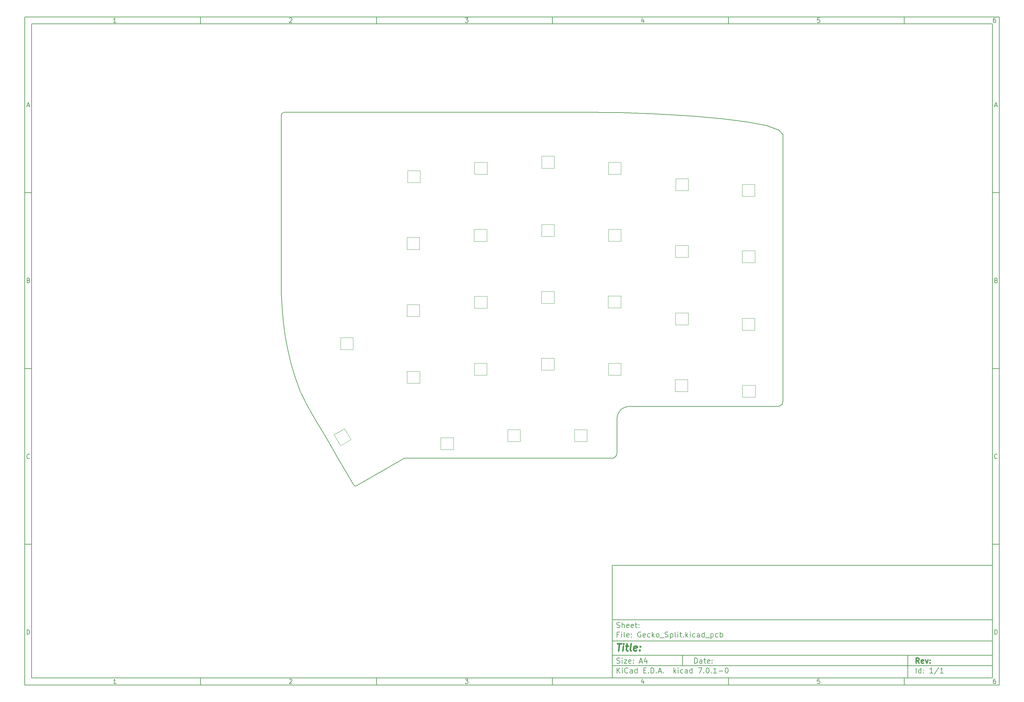
<source format=gm1>
G04 #@! TF.GenerationSoftware,KiCad,Pcbnew,7.0.1-0*
G04 #@! TF.CreationDate,2023-03-25T18:19:26+07:00*
G04 #@! TF.ProjectId,Gecko_Split,4765636b-6f5f-4537-906c-69742e6b6963,rev?*
G04 #@! TF.SameCoordinates,Original*
G04 #@! TF.FileFunction,Profile,NP*
%FSLAX46Y46*%
G04 Gerber Fmt 4.6, Leading zero omitted, Abs format (unit mm)*
G04 Created by KiCad (PCBNEW 7.0.1-0) date 2023-03-25 18:19:26*
%MOMM*%
%LPD*%
G01*
G04 APERTURE LIST*
%ADD10C,0.100000*%
%ADD11C,0.150000*%
%ADD12C,0.300000*%
%ADD13C,0.400000*%
G04 #@! TA.AperFunction,Profile*
%ADD14C,0.200000*%
G04 #@! TD*
G04 #@! TA.AperFunction,Profile*
%ADD15C,0.050000*%
G04 #@! TD*
G04 APERTURE END LIST*
D10*
D11*
X177002200Y-166007200D02*
X285002200Y-166007200D01*
X285002200Y-198007200D01*
X177002200Y-198007200D01*
X177002200Y-166007200D01*
D10*
D11*
X10000000Y-10000000D02*
X287002200Y-10000000D01*
X287002200Y-200007200D01*
X10000000Y-200007200D01*
X10000000Y-10000000D01*
D10*
D11*
X12000000Y-12000000D02*
X285002200Y-12000000D01*
X285002200Y-198007200D01*
X12000000Y-198007200D01*
X12000000Y-12000000D01*
D10*
D11*
X60000000Y-12000000D02*
X60000000Y-10000000D01*
D10*
D11*
X110000000Y-12000000D02*
X110000000Y-10000000D01*
D10*
D11*
X160000000Y-12000000D02*
X160000000Y-10000000D01*
D10*
D11*
X210000000Y-12000000D02*
X210000000Y-10000000D01*
D10*
D11*
X260000000Y-12000000D02*
X260000000Y-10000000D01*
D10*
D11*
X35990476Y-11601404D02*
X35247619Y-11601404D01*
X35619047Y-11601404D02*
X35619047Y-10301404D01*
X35619047Y-10301404D02*
X35495238Y-10487119D01*
X35495238Y-10487119D02*
X35371428Y-10610928D01*
X35371428Y-10610928D02*
X35247619Y-10672833D01*
D10*
D11*
X85247619Y-10425214D02*
X85309523Y-10363309D01*
X85309523Y-10363309D02*
X85433333Y-10301404D01*
X85433333Y-10301404D02*
X85742857Y-10301404D01*
X85742857Y-10301404D02*
X85866666Y-10363309D01*
X85866666Y-10363309D02*
X85928571Y-10425214D01*
X85928571Y-10425214D02*
X85990476Y-10549023D01*
X85990476Y-10549023D02*
X85990476Y-10672833D01*
X85990476Y-10672833D02*
X85928571Y-10858547D01*
X85928571Y-10858547D02*
X85185714Y-11601404D01*
X85185714Y-11601404D02*
X85990476Y-11601404D01*
D10*
D11*
X135185714Y-10301404D02*
X135990476Y-10301404D01*
X135990476Y-10301404D02*
X135557142Y-10796642D01*
X135557142Y-10796642D02*
X135742857Y-10796642D01*
X135742857Y-10796642D02*
X135866666Y-10858547D01*
X135866666Y-10858547D02*
X135928571Y-10920452D01*
X135928571Y-10920452D02*
X135990476Y-11044261D01*
X135990476Y-11044261D02*
X135990476Y-11353785D01*
X135990476Y-11353785D02*
X135928571Y-11477595D01*
X135928571Y-11477595D02*
X135866666Y-11539500D01*
X135866666Y-11539500D02*
X135742857Y-11601404D01*
X135742857Y-11601404D02*
X135371428Y-11601404D01*
X135371428Y-11601404D02*
X135247619Y-11539500D01*
X135247619Y-11539500D02*
X135185714Y-11477595D01*
D10*
D11*
X185866666Y-10734738D02*
X185866666Y-11601404D01*
X185557142Y-10239500D02*
X185247619Y-11168071D01*
X185247619Y-11168071D02*
X186052380Y-11168071D01*
D10*
D11*
X235928571Y-10301404D02*
X235309523Y-10301404D01*
X235309523Y-10301404D02*
X235247619Y-10920452D01*
X235247619Y-10920452D02*
X235309523Y-10858547D01*
X235309523Y-10858547D02*
X235433333Y-10796642D01*
X235433333Y-10796642D02*
X235742857Y-10796642D01*
X235742857Y-10796642D02*
X235866666Y-10858547D01*
X235866666Y-10858547D02*
X235928571Y-10920452D01*
X235928571Y-10920452D02*
X235990476Y-11044261D01*
X235990476Y-11044261D02*
X235990476Y-11353785D01*
X235990476Y-11353785D02*
X235928571Y-11477595D01*
X235928571Y-11477595D02*
X235866666Y-11539500D01*
X235866666Y-11539500D02*
X235742857Y-11601404D01*
X235742857Y-11601404D02*
X235433333Y-11601404D01*
X235433333Y-11601404D02*
X235309523Y-11539500D01*
X235309523Y-11539500D02*
X235247619Y-11477595D01*
D10*
D11*
X285866666Y-10301404D02*
X285619047Y-10301404D01*
X285619047Y-10301404D02*
X285495238Y-10363309D01*
X285495238Y-10363309D02*
X285433333Y-10425214D01*
X285433333Y-10425214D02*
X285309523Y-10610928D01*
X285309523Y-10610928D02*
X285247619Y-10858547D01*
X285247619Y-10858547D02*
X285247619Y-11353785D01*
X285247619Y-11353785D02*
X285309523Y-11477595D01*
X285309523Y-11477595D02*
X285371428Y-11539500D01*
X285371428Y-11539500D02*
X285495238Y-11601404D01*
X285495238Y-11601404D02*
X285742857Y-11601404D01*
X285742857Y-11601404D02*
X285866666Y-11539500D01*
X285866666Y-11539500D02*
X285928571Y-11477595D01*
X285928571Y-11477595D02*
X285990476Y-11353785D01*
X285990476Y-11353785D02*
X285990476Y-11044261D01*
X285990476Y-11044261D02*
X285928571Y-10920452D01*
X285928571Y-10920452D02*
X285866666Y-10858547D01*
X285866666Y-10858547D02*
X285742857Y-10796642D01*
X285742857Y-10796642D02*
X285495238Y-10796642D01*
X285495238Y-10796642D02*
X285371428Y-10858547D01*
X285371428Y-10858547D02*
X285309523Y-10920452D01*
X285309523Y-10920452D02*
X285247619Y-11044261D01*
D10*
D11*
X60000000Y-198007200D02*
X60000000Y-200007200D01*
D10*
D11*
X110000000Y-198007200D02*
X110000000Y-200007200D01*
D10*
D11*
X160000000Y-198007200D02*
X160000000Y-200007200D01*
D10*
D11*
X210000000Y-198007200D02*
X210000000Y-200007200D01*
D10*
D11*
X260000000Y-198007200D02*
X260000000Y-200007200D01*
D10*
D11*
X35990476Y-199608604D02*
X35247619Y-199608604D01*
X35619047Y-199608604D02*
X35619047Y-198308604D01*
X35619047Y-198308604D02*
X35495238Y-198494319D01*
X35495238Y-198494319D02*
X35371428Y-198618128D01*
X35371428Y-198618128D02*
X35247619Y-198680033D01*
D10*
D11*
X85247619Y-198432414D02*
X85309523Y-198370509D01*
X85309523Y-198370509D02*
X85433333Y-198308604D01*
X85433333Y-198308604D02*
X85742857Y-198308604D01*
X85742857Y-198308604D02*
X85866666Y-198370509D01*
X85866666Y-198370509D02*
X85928571Y-198432414D01*
X85928571Y-198432414D02*
X85990476Y-198556223D01*
X85990476Y-198556223D02*
X85990476Y-198680033D01*
X85990476Y-198680033D02*
X85928571Y-198865747D01*
X85928571Y-198865747D02*
X85185714Y-199608604D01*
X85185714Y-199608604D02*
X85990476Y-199608604D01*
D10*
D11*
X135185714Y-198308604D02*
X135990476Y-198308604D01*
X135990476Y-198308604D02*
X135557142Y-198803842D01*
X135557142Y-198803842D02*
X135742857Y-198803842D01*
X135742857Y-198803842D02*
X135866666Y-198865747D01*
X135866666Y-198865747D02*
X135928571Y-198927652D01*
X135928571Y-198927652D02*
X135990476Y-199051461D01*
X135990476Y-199051461D02*
X135990476Y-199360985D01*
X135990476Y-199360985D02*
X135928571Y-199484795D01*
X135928571Y-199484795D02*
X135866666Y-199546700D01*
X135866666Y-199546700D02*
X135742857Y-199608604D01*
X135742857Y-199608604D02*
X135371428Y-199608604D01*
X135371428Y-199608604D02*
X135247619Y-199546700D01*
X135247619Y-199546700D02*
X135185714Y-199484795D01*
D10*
D11*
X185866666Y-198741938D02*
X185866666Y-199608604D01*
X185557142Y-198246700D02*
X185247619Y-199175271D01*
X185247619Y-199175271D02*
X186052380Y-199175271D01*
D10*
D11*
X235928571Y-198308604D02*
X235309523Y-198308604D01*
X235309523Y-198308604D02*
X235247619Y-198927652D01*
X235247619Y-198927652D02*
X235309523Y-198865747D01*
X235309523Y-198865747D02*
X235433333Y-198803842D01*
X235433333Y-198803842D02*
X235742857Y-198803842D01*
X235742857Y-198803842D02*
X235866666Y-198865747D01*
X235866666Y-198865747D02*
X235928571Y-198927652D01*
X235928571Y-198927652D02*
X235990476Y-199051461D01*
X235990476Y-199051461D02*
X235990476Y-199360985D01*
X235990476Y-199360985D02*
X235928571Y-199484795D01*
X235928571Y-199484795D02*
X235866666Y-199546700D01*
X235866666Y-199546700D02*
X235742857Y-199608604D01*
X235742857Y-199608604D02*
X235433333Y-199608604D01*
X235433333Y-199608604D02*
X235309523Y-199546700D01*
X235309523Y-199546700D02*
X235247619Y-199484795D01*
D10*
D11*
X285866666Y-198308604D02*
X285619047Y-198308604D01*
X285619047Y-198308604D02*
X285495238Y-198370509D01*
X285495238Y-198370509D02*
X285433333Y-198432414D01*
X285433333Y-198432414D02*
X285309523Y-198618128D01*
X285309523Y-198618128D02*
X285247619Y-198865747D01*
X285247619Y-198865747D02*
X285247619Y-199360985D01*
X285247619Y-199360985D02*
X285309523Y-199484795D01*
X285309523Y-199484795D02*
X285371428Y-199546700D01*
X285371428Y-199546700D02*
X285495238Y-199608604D01*
X285495238Y-199608604D02*
X285742857Y-199608604D01*
X285742857Y-199608604D02*
X285866666Y-199546700D01*
X285866666Y-199546700D02*
X285928571Y-199484795D01*
X285928571Y-199484795D02*
X285990476Y-199360985D01*
X285990476Y-199360985D02*
X285990476Y-199051461D01*
X285990476Y-199051461D02*
X285928571Y-198927652D01*
X285928571Y-198927652D02*
X285866666Y-198865747D01*
X285866666Y-198865747D02*
X285742857Y-198803842D01*
X285742857Y-198803842D02*
X285495238Y-198803842D01*
X285495238Y-198803842D02*
X285371428Y-198865747D01*
X285371428Y-198865747D02*
X285309523Y-198927652D01*
X285309523Y-198927652D02*
X285247619Y-199051461D01*
D10*
D11*
X10000000Y-60000000D02*
X12000000Y-60000000D01*
D10*
D11*
X10000000Y-110000000D02*
X12000000Y-110000000D01*
D10*
D11*
X10000000Y-160000000D02*
X12000000Y-160000000D01*
D10*
D11*
X10690476Y-35229976D02*
X11309523Y-35229976D01*
X10566666Y-35601404D02*
X10999999Y-34301404D01*
X10999999Y-34301404D02*
X11433333Y-35601404D01*
D10*
D11*
X11092857Y-84920452D02*
X11278571Y-84982357D01*
X11278571Y-84982357D02*
X11340476Y-85044261D01*
X11340476Y-85044261D02*
X11402380Y-85168071D01*
X11402380Y-85168071D02*
X11402380Y-85353785D01*
X11402380Y-85353785D02*
X11340476Y-85477595D01*
X11340476Y-85477595D02*
X11278571Y-85539500D01*
X11278571Y-85539500D02*
X11154761Y-85601404D01*
X11154761Y-85601404D02*
X10659523Y-85601404D01*
X10659523Y-85601404D02*
X10659523Y-84301404D01*
X10659523Y-84301404D02*
X11092857Y-84301404D01*
X11092857Y-84301404D02*
X11216666Y-84363309D01*
X11216666Y-84363309D02*
X11278571Y-84425214D01*
X11278571Y-84425214D02*
X11340476Y-84549023D01*
X11340476Y-84549023D02*
X11340476Y-84672833D01*
X11340476Y-84672833D02*
X11278571Y-84796642D01*
X11278571Y-84796642D02*
X11216666Y-84858547D01*
X11216666Y-84858547D02*
X11092857Y-84920452D01*
X11092857Y-84920452D02*
X10659523Y-84920452D01*
D10*
D11*
X11402380Y-135477595D02*
X11340476Y-135539500D01*
X11340476Y-135539500D02*
X11154761Y-135601404D01*
X11154761Y-135601404D02*
X11030952Y-135601404D01*
X11030952Y-135601404D02*
X10845238Y-135539500D01*
X10845238Y-135539500D02*
X10721428Y-135415690D01*
X10721428Y-135415690D02*
X10659523Y-135291880D01*
X10659523Y-135291880D02*
X10597619Y-135044261D01*
X10597619Y-135044261D02*
X10597619Y-134858547D01*
X10597619Y-134858547D02*
X10659523Y-134610928D01*
X10659523Y-134610928D02*
X10721428Y-134487119D01*
X10721428Y-134487119D02*
X10845238Y-134363309D01*
X10845238Y-134363309D02*
X11030952Y-134301404D01*
X11030952Y-134301404D02*
X11154761Y-134301404D01*
X11154761Y-134301404D02*
X11340476Y-134363309D01*
X11340476Y-134363309D02*
X11402380Y-134425214D01*
D10*
D11*
X10659523Y-185601404D02*
X10659523Y-184301404D01*
X10659523Y-184301404D02*
X10969047Y-184301404D01*
X10969047Y-184301404D02*
X11154761Y-184363309D01*
X11154761Y-184363309D02*
X11278571Y-184487119D01*
X11278571Y-184487119D02*
X11340476Y-184610928D01*
X11340476Y-184610928D02*
X11402380Y-184858547D01*
X11402380Y-184858547D02*
X11402380Y-185044261D01*
X11402380Y-185044261D02*
X11340476Y-185291880D01*
X11340476Y-185291880D02*
X11278571Y-185415690D01*
X11278571Y-185415690D02*
X11154761Y-185539500D01*
X11154761Y-185539500D02*
X10969047Y-185601404D01*
X10969047Y-185601404D02*
X10659523Y-185601404D01*
D10*
D11*
X287002200Y-60000000D02*
X285002200Y-60000000D01*
D10*
D11*
X287002200Y-110000000D02*
X285002200Y-110000000D01*
D10*
D11*
X287002200Y-160000000D02*
X285002200Y-160000000D01*
D10*
D11*
X285692676Y-35229976D02*
X286311723Y-35229976D01*
X285568866Y-35601404D02*
X286002199Y-34301404D01*
X286002199Y-34301404D02*
X286435533Y-35601404D01*
D10*
D11*
X286095057Y-84920452D02*
X286280771Y-84982357D01*
X286280771Y-84982357D02*
X286342676Y-85044261D01*
X286342676Y-85044261D02*
X286404580Y-85168071D01*
X286404580Y-85168071D02*
X286404580Y-85353785D01*
X286404580Y-85353785D02*
X286342676Y-85477595D01*
X286342676Y-85477595D02*
X286280771Y-85539500D01*
X286280771Y-85539500D02*
X286156961Y-85601404D01*
X286156961Y-85601404D02*
X285661723Y-85601404D01*
X285661723Y-85601404D02*
X285661723Y-84301404D01*
X285661723Y-84301404D02*
X286095057Y-84301404D01*
X286095057Y-84301404D02*
X286218866Y-84363309D01*
X286218866Y-84363309D02*
X286280771Y-84425214D01*
X286280771Y-84425214D02*
X286342676Y-84549023D01*
X286342676Y-84549023D02*
X286342676Y-84672833D01*
X286342676Y-84672833D02*
X286280771Y-84796642D01*
X286280771Y-84796642D02*
X286218866Y-84858547D01*
X286218866Y-84858547D02*
X286095057Y-84920452D01*
X286095057Y-84920452D02*
X285661723Y-84920452D01*
D10*
D11*
X286404580Y-135477595D02*
X286342676Y-135539500D01*
X286342676Y-135539500D02*
X286156961Y-135601404D01*
X286156961Y-135601404D02*
X286033152Y-135601404D01*
X286033152Y-135601404D02*
X285847438Y-135539500D01*
X285847438Y-135539500D02*
X285723628Y-135415690D01*
X285723628Y-135415690D02*
X285661723Y-135291880D01*
X285661723Y-135291880D02*
X285599819Y-135044261D01*
X285599819Y-135044261D02*
X285599819Y-134858547D01*
X285599819Y-134858547D02*
X285661723Y-134610928D01*
X285661723Y-134610928D02*
X285723628Y-134487119D01*
X285723628Y-134487119D02*
X285847438Y-134363309D01*
X285847438Y-134363309D02*
X286033152Y-134301404D01*
X286033152Y-134301404D02*
X286156961Y-134301404D01*
X286156961Y-134301404D02*
X286342676Y-134363309D01*
X286342676Y-134363309D02*
X286404580Y-134425214D01*
D10*
D11*
X285661723Y-185601404D02*
X285661723Y-184301404D01*
X285661723Y-184301404D02*
X285971247Y-184301404D01*
X285971247Y-184301404D02*
X286156961Y-184363309D01*
X286156961Y-184363309D02*
X286280771Y-184487119D01*
X286280771Y-184487119D02*
X286342676Y-184610928D01*
X286342676Y-184610928D02*
X286404580Y-184858547D01*
X286404580Y-184858547D02*
X286404580Y-185044261D01*
X286404580Y-185044261D02*
X286342676Y-185291880D01*
X286342676Y-185291880D02*
X286280771Y-185415690D01*
X286280771Y-185415690D02*
X286156961Y-185539500D01*
X286156961Y-185539500D02*
X285971247Y-185601404D01*
X285971247Y-185601404D02*
X285661723Y-185601404D01*
D10*
D11*
X200359342Y-193801128D02*
X200359342Y-192301128D01*
X200359342Y-192301128D02*
X200716485Y-192301128D01*
X200716485Y-192301128D02*
X200930771Y-192372557D01*
X200930771Y-192372557D02*
X201073628Y-192515414D01*
X201073628Y-192515414D02*
X201145057Y-192658271D01*
X201145057Y-192658271D02*
X201216485Y-192943985D01*
X201216485Y-192943985D02*
X201216485Y-193158271D01*
X201216485Y-193158271D02*
X201145057Y-193443985D01*
X201145057Y-193443985D02*
X201073628Y-193586842D01*
X201073628Y-193586842D02*
X200930771Y-193729700D01*
X200930771Y-193729700D02*
X200716485Y-193801128D01*
X200716485Y-193801128D02*
X200359342Y-193801128D01*
X202502200Y-193801128D02*
X202502200Y-193015414D01*
X202502200Y-193015414D02*
X202430771Y-192872557D01*
X202430771Y-192872557D02*
X202287914Y-192801128D01*
X202287914Y-192801128D02*
X202002200Y-192801128D01*
X202002200Y-192801128D02*
X201859342Y-192872557D01*
X202502200Y-193729700D02*
X202359342Y-193801128D01*
X202359342Y-193801128D02*
X202002200Y-193801128D01*
X202002200Y-193801128D02*
X201859342Y-193729700D01*
X201859342Y-193729700D02*
X201787914Y-193586842D01*
X201787914Y-193586842D02*
X201787914Y-193443985D01*
X201787914Y-193443985D02*
X201859342Y-193301128D01*
X201859342Y-193301128D02*
X202002200Y-193229700D01*
X202002200Y-193229700D02*
X202359342Y-193229700D01*
X202359342Y-193229700D02*
X202502200Y-193158271D01*
X203002200Y-192801128D02*
X203573628Y-192801128D01*
X203216485Y-192301128D02*
X203216485Y-193586842D01*
X203216485Y-193586842D02*
X203287914Y-193729700D01*
X203287914Y-193729700D02*
X203430771Y-193801128D01*
X203430771Y-193801128D02*
X203573628Y-193801128D01*
X204645057Y-193729700D02*
X204502200Y-193801128D01*
X204502200Y-193801128D02*
X204216486Y-193801128D01*
X204216486Y-193801128D02*
X204073628Y-193729700D01*
X204073628Y-193729700D02*
X204002200Y-193586842D01*
X204002200Y-193586842D02*
X204002200Y-193015414D01*
X204002200Y-193015414D02*
X204073628Y-192872557D01*
X204073628Y-192872557D02*
X204216486Y-192801128D01*
X204216486Y-192801128D02*
X204502200Y-192801128D01*
X204502200Y-192801128D02*
X204645057Y-192872557D01*
X204645057Y-192872557D02*
X204716486Y-193015414D01*
X204716486Y-193015414D02*
X204716486Y-193158271D01*
X204716486Y-193158271D02*
X204002200Y-193301128D01*
X205359342Y-193658271D02*
X205430771Y-193729700D01*
X205430771Y-193729700D02*
X205359342Y-193801128D01*
X205359342Y-193801128D02*
X205287914Y-193729700D01*
X205287914Y-193729700D02*
X205359342Y-193658271D01*
X205359342Y-193658271D02*
X205359342Y-193801128D01*
X205359342Y-192872557D02*
X205430771Y-192943985D01*
X205430771Y-192943985D02*
X205359342Y-193015414D01*
X205359342Y-193015414D02*
X205287914Y-192943985D01*
X205287914Y-192943985D02*
X205359342Y-192872557D01*
X205359342Y-192872557D02*
X205359342Y-193015414D01*
D10*
D11*
X177002200Y-194507200D02*
X285002200Y-194507200D01*
D10*
D11*
X178359342Y-196601128D02*
X178359342Y-195101128D01*
X179216485Y-196601128D02*
X178573628Y-195743985D01*
X179216485Y-195101128D02*
X178359342Y-195958271D01*
X179859342Y-196601128D02*
X179859342Y-195601128D01*
X179859342Y-195101128D02*
X179787914Y-195172557D01*
X179787914Y-195172557D02*
X179859342Y-195243985D01*
X179859342Y-195243985D02*
X179930771Y-195172557D01*
X179930771Y-195172557D02*
X179859342Y-195101128D01*
X179859342Y-195101128D02*
X179859342Y-195243985D01*
X181430771Y-196458271D02*
X181359343Y-196529700D01*
X181359343Y-196529700D02*
X181145057Y-196601128D01*
X181145057Y-196601128D02*
X181002200Y-196601128D01*
X181002200Y-196601128D02*
X180787914Y-196529700D01*
X180787914Y-196529700D02*
X180645057Y-196386842D01*
X180645057Y-196386842D02*
X180573628Y-196243985D01*
X180573628Y-196243985D02*
X180502200Y-195958271D01*
X180502200Y-195958271D02*
X180502200Y-195743985D01*
X180502200Y-195743985D02*
X180573628Y-195458271D01*
X180573628Y-195458271D02*
X180645057Y-195315414D01*
X180645057Y-195315414D02*
X180787914Y-195172557D01*
X180787914Y-195172557D02*
X181002200Y-195101128D01*
X181002200Y-195101128D02*
X181145057Y-195101128D01*
X181145057Y-195101128D02*
X181359343Y-195172557D01*
X181359343Y-195172557D02*
X181430771Y-195243985D01*
X182716486Y-196601128D02*
X182716486Y-195815414D01*
X182716486Y-195815414D02*
X182645057Y-195672557D01*
X182645057Y-195672557D02*
X182502200Y-195601128D01*
X182502200Y-195601128D02*
X182216486Y-195601128D01*
X182216486Y-195601128D02*
X182073628Y-195672557D01*
X182716486Y-196529700D02*
X182573628Y-196601128D01*
X182573628Y-196601128D02*
X182216486Y-196601128D01*
X182216486Y-196601128D02*
X182073628Y-196529700D01*
X182073628Y-196529700D02*
X182002200Y-196386842D01*
X182002200Y-196386842D02*
X182002200Y-196243985D01*
X182002200Y-196243985D02*
X182073628Y-196101128D01*
X182073628Y-196101128D02*
X182216486Y-196029700D01*
X182216486Y-196029700D02*
X182573628Y-196029700D01*
X182573628Y-196029700D02*
X182716486Y-195958271D01*
X184073629Y-196601128D02*
X184073629Y-195101128D01*
X184073629Y-196529700D02*
X183930771Y-196601128D01*
X183930771Y-196601128D02*
X183645057Y-196601128D01*
X183645057Y-196601128D02*
X183502200Y-196529700D01*
X183502200Y-196529700D02*
X183430771Y-196458271D01*
X183430771Y-196458271D02*
X183359343Y-196315414D01*
X183359343Y-196315414D02*
X183359343Y-195886842D01*
X183359343Y-195886842D02*
X183430771Y-195743985D01*
X183430771Y-195743985D02*
X183502200Y-195672557D01*
X183502200Y-195672557D02*
X183645057Y-195601128D01*
X183645057Y-195601128D02*
X183930771Y-195601128D01*
X183930771Y-195601128D02*
X184073629Y-195672557D01*
X185930771Y-195815414D02*
X186430771Y-195815414D01*
X186645057Y-196601128D02*
X185930771Y-196601128D01*
X185930771Y-196601128D02*
X185930771Y-195101128D01*
X185930771Y-195101128D02*
X186645057Y-195101128D01*
X187287914Y-196458271D02*
X187359343Y-196529700D01*
X187359343Y-196529700D02*
X187287914Y-196601128D01*
X187287914Y-196601128D02*
X187216486Y-196529700D01*
X187216486Y-196529700D02*
X187287914Y-196458271D01*
X187287914Y-196458271D02*
X187287914Y-196601128D01*
X188002200Y-196601128D02*
X188002200Y-195101128D01*
X188002200Y-195101128D02*
X188359343Y-195101128D01*
X188359343Y-195101128D02*
X188573629Y-195172557D01*
X188573629Y-195172557D02*
X188716486Y-195315414D01*
X188716486Y-195315414D02*
X188787915Y-195458271D01*
X188787915Y-195458271D02*
X188859343Y-195743985D01*
X188859343Y-195743985D02*
X188859343Y-195958271D01*
X188859343Y-195958271D02*
X188787915Y-196243985D01*
X188787915Y-196243985D02*
X188716486Y-196386842D01*
X188716486Y-196386842D02*
X188573629Y-196529700D01*
X188573629Y-196529700D02*
X188359343Y-196601128D01*
X188359343Y-196601128D02*
X188002200Y-196601128D01*
X189502200Y-196458271D02*
X189573629Y-196529700D01*
X189573629Y-196529700D02*
X189502200Y-196601128D01*
X189502200Y-196601128D02*
X189430772Y-196529700D01*
X189430772Y-196529700D02*
X189502200Y-196458271D01*
X189502200Y-196458271D02*
X189502200Y-196601128D01*
X190145058Y-196172557D02*
X190859344Y-196172557D01*
X190002201Y-196601128D02*
X190502201Y-195101128D01*
X190502201Y-195101128D02*
X191002201Y-196601128D01*
X191502200Y-196458271D02*
X191573629Y-196529700D01*
X191573629Y-196529700D02*
X191502200Y-196601128D01*
X191502200Y-196601128D02*
X191430772Y-196529700D01*
X191430772Y-196529700D02*
X191502200Y-196458271D01*
X191502200Y-196458271D02*
X191502200Y-196601128D01*
X194502200Y-196601128D02*
X194502200Y-195101128D01*
X194645058Y-196029700D02*
X195073629Y-196601128D01*
X195073629Y-195601128D02*
X194502200Y-196172557D01*
X195716486Y-196601128D02*
X195716486Y-195601128D01*
X195716486Y-195101128D02*
X195645058Y-195172557D01*
X195645058Y-195172557D02*
X195716486Y-195243985D01*
X195716486Y-195243985D02*
X195787915Y-195172557D01*
X195787915Y-195172557D02*
X195716486Y-195101128D01*
X195716486Y-195101128D02*
X195716486Y-195243985D01*
X197073630Y-196529700D02*
X196930772Y-196601128D01*
X196930772Y-196601128D02*
X196645058Y-196601128D01*
X196645058Y-196601128D02*
X196502201Y-196529700D01*
X196502201Y-196529700D02*
X196430772Y-196458271D01*
X196430772Y-196458271D02*
X196359344Y-196315414D01*
X196359344Y-196315414D02*
X196359344Y-195886842D01*
X196359344Y-195886842D02*
X196430772Y-195743985D01*
X196430772Y-195743985D02*
X196502201Y-195672557D01*
X196502201Y-195672557D02*
X196645058Y-195601128D01*
X196645058Y-195601128D02*
X196930772Y-195601128D01*
X196930772Y-195601128D02*
X197073630Y-195672557D01*
X198359344Y-196601128D02*
X198359344Y-195815414D01*
X198359344Y-195815414D02*
X198287915Y-195672557D01*
X198287915Y-195672557D02*
X198145058Y-195601128D01*
X198145058Y-195601128D02*
X197859344Y-195601128D01*
X197859344Y-195601128D02*
X197716486Y-195672557D01*
X198359344Y-196529700D02*
X198216486Y-196601128D01*
X198216486Y-196601128D02*
X197859344Y-196601128D01*
X197859344Y-196601128D02*
X197716486Y-196529700D01*
X197716486Y-196529700D02*
X197645058Y-196386842D01*
X197645058Y-196386842D02*
X197645058Y-196243985D01*
X197645058Y-196243985D02*
X197716486Y-196101128D01*
X197716486Y-196101128D02*
X197859344Y-196029700D01*
X197859344Y-196029700D02*
X198216486Y-196029700D01*
X198216486Y-196029700D02*
X198359344Y-195958271D01*
X199716487Y-196601128D02*
X199716487Y-195101128D01*
X199716487Y-196529700D02*
X199573629Y-196601128D01*
X199573629Y-196601128D02*
X199287915Y-196601128D01*
X199287915Y-196601128D02*
X199145058Y-196529700D01*
X199145058Y-196529700D02*
X199073629Y-196458271D01*
X199073629Y-196458271D02*
X199002201Y-196315414D01*
X199002201Y-196315414D02*
X199002201Y-195886842D01*
X199002201Y-195886842D02*
X199073629Y-195743985D01*
X199073629Y-195743985D02*
X199145058Y-195672557D01*
X199145058Y-195672557D02*
X199287915Y-195601128D01*
X199287915Y-195601128D02*
X199573629Y-195601128D01*
X199573629Y-195601128D02*
X199716487Y-195672557D01*
X201430772Y-195101128D02*
X202430772Y-195101128D01*
X202430772Y-195101128D02*
X201787915Y-196601128D01*
X203002200Y-196458271D02*
X203073629Y-196529700D01*
X203073629Y-196529700D02*
X203002200Y-196601128D01*
X203002200Y-196601128D02*
X202930772Y-196529700D01*
X202930772Y-196529700D02*
X203002200Y-196458271D01*
X203002200Y-196458271D02*
X203002200Y-196601128D01*
X204002201Y-195101128D02*
X204145058Y-195101128D01*
X204145058Y-195101128D02*
X204287915Y-195172557D01*
X204287915Y-195172557D02*
X204359344Y-195243985D01*
X204359344Y-195243985D02*
X204430772Y-195386842D01*
X204430772Y-195386842D02*
X204502201Y-195672557D01*
X204502201Y-195672557D02*
X204502201Y-196029700D01*
X204502201Y-196029700D02*
X204430772Y-196315414D01*
X204430772Y-196315414D02*
X204359344Y-196458271D01*
X204359344Y-196458271D02*
X204287915Y-196529700D01*
X204287915Y-196529700D02*
X204145058Y-196601128D01*
X204145058Y-196601128D02*
X204002201Y-196601128D01*
X204002201Y-196601128D02*
X203859344Y-196529700D01*
X203859344Y-196529700D02*
X203787915Y-196458271D01*
X203787915Y-196458271D02*
X203716486Y-196315414D01*
X203716486Y-196315414D02*
X203645058Y-196029700D01*
X203645058Y-196029700D02*
X203645058Y-195672557D01*
X203645058Y-195672557D02*
X203716486Y-195386842D01*
X203716486Y-195386842D02*
X203787915Y-195243985D01*
X203787915Y-195243985D02*
X203859344Y-195172557D01*
X203859344Y-195172557D02*
X204002201Y-195101128D01*
X205145057Y-196458271D02*
X205216486Y-196529700D01*
X205216486Y-196529700D02*
X205145057Y-196601128D01*
X205145057Y-196601128D02*
X205073629Y-196529700D01*
X205073629Y-196529700D02*
X205145057Y-196458271D01*
X205145057Y-196458271D02*
X205145057Y-196601128D01*
X206645058Y-196601128D02*
X205787915Y-196601128D01*
X206216486Y-196601128D02*
X206216486Y-195101128D01*
X206216486Y-195101128D02*
X206073629Y-195315414D01*
X206073629Y-195315414D02*
X205930772Y-195458271D01*
X205930772Y-195458271D02*
X205787915Y-195529700D01*
X207287914Y-196029700D02*
X208430772Y-196029700D01*
X209430772Y-195101128D02*
X209573629Y-195101128D01*
X209573629Y-195101128D02*
X209716486Y-195172557D01*
X209716486Y-195172557D02*
X209787915Y-195243985D01*
X209787915Y-195243985D02*
X209859343Y-195386842D01*
X209859343Y-195386842D02*
X209930772Y-195672557D01*
X209930772Y-195672557D02*
X209930772Y-196029700D01*
X209930772Y-196029700D02*
X209859343Y-196315414D01*
X209859343Y-196315414D02*
X209787915Y-196458271D01*
X209787915Y-196458271D02*
X209716486Y-196529700D01*
X209716486Y-196529700D02*
X209573629Y-196601128D01*
X209573629Y-196601128D02*
X209430772Y-196601128D01*
X209430772Y-196601128D02*
X209287915Y-196529700D01*
X209287915Y-196529700D02*
X209216486Y-196458271D01*
X209216486Y-196458271D02*
X209145057Y-196315414D01*
X209145057Y-196315414D02*
X209073629Y-196029700D01*
X209073629Y-196029700D02*
X209073629Y-195672557D01*
X209073629Y-195672557D02*
X209145057Y-195386842D01*
X209145057Y-195386842D02*
X209216486Y-195243985D01*
X209216486Y-195243985D02*
X209287915Y-195172557D01*
X209287915Y-195172557D02*
X209430772Y-195101128D01*
D10*
D11*
X177002200Y-191507200D02*
X285002200Y-191507200D01*
D10*
D12*
X264216485Y-193801128D02*
X263716485Y-193086842D01*
X263359342Y-193801128D02*
X263359342Y-192301128D01*
X263359342Y-192301128D02*
X263930771Y-192301128D01*
X263930771Y-192301128D02*
X264073628Y-192372557D01*
X264073628Y-192372557D02*
X264145057Y-192443985D01*
X264145057Y-192443985D02*
X264216485Y-192586842D01*
X264216485Y-192586842D02*
X264216485Y-192801128D01*
X264216485Y-192801128D02*
X264145057Y-192943985D01*
X264145057Y-192943985D02*
X264073628Y-193015414D01*
X264073628Y-193015414D02*
X263930771Y-193086842D01*
X263930771Y-193086842D02*
X263359342Y-193086842D01*
X265430771Y-193729700D02*
X265287914Y-193801128D01*
X265287914Y-193801128D02*
X265002200Y-193801128D01*
X265002200Y-193801128D02*
X264859342Y-193729700D01*
X264859342Y-193729700D02*
X264787914Y-193586842D01*
X264787914Y-193586842D02*
X264787914Y-193015414D01*
X264787914Y-193015414D02*
X264859342Y-192872557D01*
X264859342Y-192872557D02*
X265002200Y-192801128D01*
X265002200Y-192801128D02*
X265287914Y-192801128D01*
X265287914Y-192801128D02*
X265430771Y-192872557D01*
X265430771Y-192872557D02*
X265502200Y-193015414D01*
X265502200Y-193015414D02*
X265502200Y-193158271D01*
X265502200Y-193158271D02*
X264787914Y-193301128D01*
X266002199Y-192801128D02*
X266359342Y-193801128D01*
X266359342Y-193801128D02*
X266716485Y-192801128D01*
X267287913Y-193658271D02*
X267359342Y-193729700D01*
X267359342Y-193729700D02*
X267287913Y-193801128D01*
X267287913Y-193801128D02*
X267216485Y-193729700D01*
X267216485Y-193729700D02*
X267287913Y-193658271D01*
X267287913Y-193658271D02*
X267287913Y-193801128D01*
X267287913Y-192872557D02*
X267359342Y-192943985D01*
X267359342Y-192943985D02*
X267287913Y-193015414D01*
X267287913Y-193015414D02*
X267216485Y-192943985D01*
X267216485Y-192943985D02*
X267287913Y-192872557D01*
X267287913Y-192872557D02*
X267287913Y-193015414D01*
D10*
D11*
X178287914Y-193729700D02*
X178502200Y-193801128D01*
X178502200Y-193801128D02*
X178859342Y-193801128D01*
X178859342Y-193801128D02*
X179002200Y-193729700D01*
X179002200Y-193729700D02*
X179073628Y-193658271D01*
X179073628Y-193658271D02*
X179145057Y-193515414D01*
X179145057Y-193515414D02*
X179145057Y-193372557D01*
X179145057Y-193372557D02*
X179073628Y-193229700D01*
X179073628Y-193229700D02*
X179002200Y-193158271D01*
X179002200Y-193158271D02*
X178859342Y-193086842D01*
X178859342Y-193086842D02*
X178573628Y-193015414D01*
X178573628Y-193015414D02*
X178430771Y-192943985D01*
X178430771Y-192943985D02*
X178359342Y-192872557D01*
X178359342Y-192872557D02*
X178287914Y-192729700D01*
X178287914Y-192729700D02*
X178287914Y-192586842D01*
X178287914Y-192586842D02*
X178359342Y-192443985D01*
X178359342Y-192443985D02*
X178430771Y-192372557D01*
X178430771Y-192372557D02*
X178573628Y-192301128D01*
X178573628Y-192301128D02*
X178930771Y-192301128D01*
X178930771Y-192301128D02*
X179145057Y-192372557D01*
X179787913Y-193801128D02*
X179787913Y-192801128D01*
X179787913Y-192301128D02*
X179716485Y-192372557D01*
X179716485Y-192372557D02*
X179787913Y-192443985D01*
X179787913Y-192443985D02*
X179859342Y-192372557D01*
X179859342Y-192372557D02*
X179787913Y-192301128D01*
X179787913Y-192301128D02*
X179787913Y-192443985D01*
X180359342Y-192801128D02*
X181145057Y-192801128D01*
X181145057Y-192801128D02*
X180359342Y-193801128D01*
X180359342Y-193801128D02*
X181145057Y-193801128D01*
X182287914Y-193729700D02*
X182145057Y-193801128D01*
X182145057Y-193801128D02*
X181859343Y-193801128D01*
X181859343Y-193801128D02*
X181716485Y-193729700D01*
X181716485Y-193729700D02*
X181645057Y-193586842D01*
X181645057Y-193586842D02*
X181645057Y-193015414D01*
X181645057Y-193015414D02*
X181716485Y-192872557D01*
X181716485Y-192872557D02*
X181859343Y-192801128D01*
X181859343Y-192801128D02*
X182145057Y-192801128D01*
X182145057Y-192801128D02*
X182287914Y-192872557D01*
X182287914Y-192872557D02*
X182359343Y-193015414D01*
X182359343Y-193015414D02*
X182359343Y-193158271D01*
X182359343Y-193158271D02*
X181645057Y-193301128D01*
X183002199Y-193658271D02*
X183073628Y-193729700D01*
X183073628Y-193729700D02*
X183002199Y-193801128D01*
X183002199Y-193801128D02*
X182930771Y-193729700D01*
X182930771Y-193729700D02*
X183002199Y-193658271D01*
X183002199Y-193658271D02*
X183002199Y-193801128D01*
X183002199Y-192872557D02*
X183073628Y-192943985D01*
X183073628Y-192943985D02*
X183002199Y-193015414D01*
X183002199Y-193015414D02*
X182930771Y-192943985D01*
X182930771Y-192943985D02*
X183002199Y-192872557D01*
X183002199Y-192872557D02*
X183002199Y-193015414D01*
X184787914Y-193372557D02*
X185502200Y-193372557D01*
X184645057Y-193801128D02*
X185145057Y-192301128D01*
X185145057Y-192301128D02*
X185645057Y-193801128D01*
X186787914Y-192801128D02*
X186787914Y-193801128D01*
X186430771Y-192229700D02*
X186073628Y-193301128D01*
X186073628Y-193301128D02*
X187002199Y-193301128D01*
D10*
D11*
X263359342Y-196601128D02*
X263359342Y-195101128D01*
X264716486Y-196601128D02*
X264716486Y-195101128D01*
X264716486Y-196529700D02*
X264573628Y-196601128D01*
X264573628Y-196601128D02*
X264287914Y-196601128D01*
X264287914Y-196601128D02*
X264145057Y-196529700D01*
X264145057Y-196529700D02*
X264073628Y-196458271D01*
X264073628Y-196458271D02*
X264002200Y-196315414D01*
X264002200Y-196315414D02*
X264002200Y-195886842D01*
X264002200Y-195886842D02*
X264073628Y-195743985D01*
X264073628Y-195743985D02*
X264145057Y-195672557D01*
X264145057Y-195672557D02*
X264287914Y-195601128D01*
X264287914Y-195601128D02*
X264573628Y-195601128D01*
X264573628Y-195601128D02*
X264716486Y-195672557D01*
X265430771Y-196458271D02*
X265502200Y-196529700D01*
X265502200Y-196529700D02*
X265430771Y-196601128D01*
X265430771Y-196601128D02*
X265359343Y-196529700D01*
X265359343Y-196529700D02*
X265430771Y-196458271D01*
X265430771Y-196458271D02*
X265430771Y-196601128D01*
X265430771Y-195672557D02*
X265502200Y-195743985D01*
X265502200Y-195743985D02*
X265430771Y-195815414D01*
X265430771Y-195815414D02*
X265359343Y-195743985D01*
X265359343Y-195743985D02*
X265430771Y-195672557D01*
X265430771Y-195672557D02*
X265430771Y-195815414D01*
X268073629Y-196601128D02*
X267216486Y-196601128D01*
X267645057Y-196601128D02*
X267645057Y-195101128D01*
X267645057Y-195101128D02*
X267502200Y-195315414D01*
X267502200Y-195315414D02*
X267359343Y-195458271D01*
X267359343Y-195458271D02*
X267216486Y-195529700D01*
X269787914Y-195029700D02*
X268502200Y-196958271D01*
X271073629Y-196601128D02*
X270216486Y-196601128D01*
X270645057Y-196601128D02*
X270645057Y-195101128D01*
X270645057Y-195101128D02*
X270502200Y-195315414D01*
X270502200Y-195315414D02*
X270359343Y-195458271D01*
X270359343Y-195458271D02*
X270216486Y-195529700D01*
D10*
D11*
X177002200Y-187507200D02*
X285002200Y-187507200D01*
D10*
D13*
X178430771Y-188232438D02*
X179573628Y-188232438D01*
X178752200Y-190232438D02*
X179002200Y-188232438D01*
X179978390Y-190232438D02*
X180145057Y-188899104D01*
X180228390Y-188232438D02*
X180121247Y-188327676D01*
X180121247Y-188327676D02*
X180204581Y-188422914D01*
X180204581Y-188422914D02*
X180311724Y-188327676D01*
X180311724Y-188327676D02*
X180228390Y-188232438D01*
X180228390Y-188232438D02*
X180204581Y-188422914D01*
X180799819Y-188899104D02*
X181561723Y-188899104D01*
X181168866Y-188232438D02*
X180954581Y-189946723D01*
X180954581Y-189946723D02*
X181026009Y-190137200D01*
X181026009Y-190137200D02*
X181204581Y-190232438D01*
X181204581Y-190232438D02*
X181395057Y-190232438D01*
X182335533Y-190232438D02*
X182156961Y-190137200D01*
X182156961Y-190137200D02*
X182085533Y-189946723D01*
X182085533Y-189946723D02*
X182299818Y-188232438D01*
X183859342Y-190137200D02*
X183656961Y-190232438D01*
X183656961Y-190232438D02*
X183276008Y-190232438D01*
X183276008Y-190232438D02*
X183097437Y-190137200D01*
X183097437Y-190137200D02*
X183026008Y-189946723D01*
X183026008Y-189946723D02*
X183121247Y-189184819D01*
X183121247Y-189184819D02*
X183240294Y-188994342D01*
X183240294Y-188994342D02*
X183442675Y-188899104D01*
X183442675Y-188899104D02*
X183823627Y-188899104D01*
X183823627Y-188899104D02*
X184002199Y-188994342D01*
X184002199Y-188994342D02*
X184073627Y-189184819D01*
X184073627Y-189184819D02*
X184049818Y-189375295D01*
X184049818Y-189375295D02*
X183073627Y-189565771D01*
X184811723Y-190041961D02*
X184895056Y-190137200D01*
X184895056Y-190137200D02*
X184787913Y-190232438D01*
X184787913Y-190232438D02*
X184704580Y-190137200D01*
X184704580Y-190137200D02*
X184811723Y-190041961D01*
X184811723Y-190041961D02*
X184787913Y-190232438D01*
X184942675Y-188994342D02*
X185026008Y-189089580D01*
X185026008Y-189089580D02*
X184918866Y-189184819D01*
X184918866Y-189184819D02*
X184835532Y-189089580D01*
X184835532Y-189089580D02*
X184942675Y-188994342D01*
X184942675Y-188994342D02*
X184918866Y-189184819D01*
D10*
D11*
X178859342Y-185615414D02*
X178359342Y-185615414D01*
X178359342Y-186401128D02*
X178359342Y-184901128D01*
X178359342Y-184901128D02*
X179073628Y-184901128D01*
X179645056Y-186401128D02*
X179645056Y-185401128D01*
X179645056Y-184901128D02*
X179573628Y-184972557D01*
X179573628Y-184972557D02*
X179645056Y-185043985D01*
X179645056Y-185043985D02*
X179716485Y-184972557D01*
X179716485Y-184972557D02*
X179645056Y-184901128D01*
X179645056Y-184901128D02*
X179645056Y-185043985D01*
X180573628Y-186401128D02*
X180430771Y-186329700D01*
X180430771Y-186329700D02*
X180359342Y-186186842D01*
X180359342Y-186186842D02*
X180359342Y-184901128D01*
X181716485Y-186329700D02*
X181573628Y-186401128D01*
X181573628Y-186401128D02*
X181287914Y-186401128D01*
X181287914Y-186401128D02*
X181145056Y-186329700D01*
X181145056Y-186329700D02*
X181073628Y-186186842D01*
X181073628Y-186186842D02*
X181073628Y-185615414D01*
X181073628Y-185615414D02*
X181145056Y-185472557D01*
X181145056Y-185472557D02*
X181287914Y-185401128D01*
X181287914Y-185401128D02*
X181573628Y-185401128D01*
X181573628Y-185401128D02*
X181716485Y-185472557D01*
X181716485Y-185472557D02*
X181787914Y-185615414D01*
X181787914Y-185615414D02*
X181787914Y-185758271D01*
X181787914Y-185758271D02*
X181073628Y-185901128D01*
X182430770Y-186258271D02*
X182502199Y-186329700D01*
X182502199Y-186329700D02*
X182430770Y-186401128D01*
X182430770Y-186401128D02*
X182359342Y-186329700D01*
X182359342Y-186329700D02*
X182430770Y-186258271D01*
X182430770Y-186258271D02*
X182430770Y-186401128D01*
X182430770Y-185472557D02*
X182502199Y-185543985D01*
X182502199Y-185543985D02*
X182430770Y-185615414D01*
X182430770Y-185615414D02*
X182359342Y-185543985D01*
X182359342Y-185543985D02*
X182430770Y-185472557D01*
X182430770Y-185472557D02*
X182430770Y-185615414D01*
X185073628Y-184972557D02*
X184930771Y-184901128D01*
X184930771Y-184901128D02*
X184716485Y-184901128D01*
X184716485Y-184901128D02*
X184502199Y-184972557D01*
X184502199Y-184972557D02*
X184359342Y-185115414D01*
X184359342Y-185115414D02*
X184287913Y-185258271D01*
X184287913Y-185258271D02*
X184216485Y-185543985D01*
X184216485Y-185543985D02*
X184216485Y-185758271D01*
X184216485Y-185758271D02*
X184287913Y-186043985D01*
X184287913Y-186043985D02*
X184359342Y-186186842D01*
X184359342Y-186186842D02*
X184502199Y-186329700D01*
X184502199Y-186329700D02*
X184716485Y-186401128D01*
X184716485Y-186401128D02*
X184859342Y-186401128D01*
X184859342Y-186401128D02*
X185073628Y-186329700D01*
X185073628Y-186329700D02*
X185145056Y-186258271D01*
X185145056Y-186258271D02*
X185145056Y-185758271D01*
X185145056Y-185758271D02*
X184859342Y-185758271D01*
X186359342Y-186329700D02*
X186216485Y-186401128D01*
X186216485Y-186401128D02*
X185930771Y-186401128D01*
X185930771Y-186401128D02*
X185787913Y-186329700D01*
X185787913Y-186329700D02*
X185716485Y-186186842D01*
X185716485Y-186186842D02*
X185716485Y-185615414D01*
X185716485Y-185615414D02*
X185787913Y-185472557D01*
X185787913Y-185472557D02*
X185930771Y-185401128D01*
X185930771Y-185401128D02*
X186216485Y-185401128D01*
X186216485Y-185401128D02*
X186359342Y-185472557D01*
X186359342Y-185472557D02*
X186430771Y-185615414D01*
X186430771Y-185615414D02*
X186430771Y-185758271D01*
X186430771Y-185758271D02*
X185716485Y-185901128D01*
X187716485Y-186329700D02*
X187573627Y-186401128D01*
X187573627Y-186401128D02*
X187287913Y-186401128D01*
X187287913Y-186401128D02*
X187145056Y-186329700D01*
X187145056Y-186329700D02*
X187073627Y-186258271D01*
X187073627Y-186258271D02*
X187002199Y-186115414D01*
X187002199Y-186115414D02*
X187002199Y-185686842D01*
X187002199Y-185686842D02*
X187073627Y-185543985D01*
X187073627Y-185543985D02*
X187145056Y-185472557D01*
X187145056Y-185472557D02*
X187287913Y-185401128D01*
X187287913Y-185401128D02*
X187573627Y-185401128D01*
X187573627Y-185401128D02*
X187716485Y-185472557D01*
X188359341Y-186401128D02*
X188359341Y-184901128D01*
X188502199Y-185829700D02*
X188930770Y-186401128D01*
X188930770Y-185401128D02*
X188359341Y-185972557D01*
X189787913Y-186401128D02*
X189645056Y-186329700D01*
X189645056Y-186329700D02*
X189573627Y-186258271D01*
X189573627Y-186258271D02*
X189502199Y-186115414D01*
X189502199Y-186115414D02*
X189502199Y-185686842D01*
X189502199Y-185686842D02*
X189573627Y-185543985D01*
X189573627Y-185543985D02*
X189645056Y-185472557D01*
X189645056Y-185472557D02*
X189787913Y-185401128D01*
X189787913Y-185401128D02*
X190002199Y-185401128D01*
X190002199Y-185401128D02*
X190145056Y-185472557D01*
X190145056Y-185472557D02*
X190216485Y-185543985D01*
X190216485Y-185543985D02*
X190287913Y-185686842D01*
X190287913Y-185686842D02*
X190287913Y-186115414D01*
X190287913Y-186115414D02*
X190216485Y-186258271D01*
X190216485Y-186258271D02*
X190145056Y-186329700D01*
X190145056Y-186329700D02*
X190002199Y-186401128D01*
X190002199Y-186401128D02*
X189787913Y-186401128D01*
X190573628Y-186543985D02*
X191716485Y-186543985D01*
X192002199Y-186329700D02*
X192216485Y-186401128D01*
X192216485Y-186401128D02*
X192573627Y-186401128D01*
X192573627Y-186401128D02*
X192716485Y-186329700D01*
X192716485Y-186329700D02*
X192787913Y-186258271D01*
X192787913Y-186258271D02*
X192859342Y-186115414D01*
X192859342Y-186115414D02*
X192859342Y-185972557D01*
X192859342Y-185972557D02*
X192787913Y-185829700D01*
X192787913Y-185829700D02*
X192716485Y-185758271D01*
X192716485Y-185758271D02*
X192573627Y-185686842D01*
X192573627Y-185686842D02*
X192287913Y-185615414D01*
X192287913Y-185615414D02*
X192145056Y-185543985D01*
X192145056Y-185543985D02*
X192073627Y-185472557D01*
X192073627Y-185472557D02*
X192002199Y-185329700D01*
X192002199Y-185329700D02*
X192002199Y-185186842D01*
X192002199Y-185186842D02*
X192073627Y-185043985D01*
X192073627Y-185043985D02*
X192145056Y-184972557D01*
X192145056Y-184972557D02*
X192287913Y-184901128D01*
X192287913Y-184901128D02*
X192645056Y-184901128D01*
X192645056Y-184901128D02*
X192859342Y-184972557D01*
X193502198Y-185401128D02*
X193502198Y-186901128D01*
X193502198Y-185472557D02*
X193645056Y-185401128D01*
X193645056Y-185401128D02*
X193930770Y-185401128D01*
X193930770Y-185401128D02*
X194073627Y-185472557D01*
X194073627Y-185472557D02*
X194145056Y-185543985D01*
X194145056Y-185543985D02*
X194216484Y-185686842D01*
X194216484Y-185686842D02*
X194216484Y-186115414D01*
X194216484Y-186115414D02*
X194145056Y-186258271D01*
X194145056Y-186258271D02*
X194073627Y-186329700D01*
X194073627Y-186329700D02*
X193930770Y-186401128D01*
X193930770Y-186401128D02*
X193645056Y-186401128D01*
X193645056Y-186401128D02*
X193502198Y-186329700D01*
X195073627Y-186401128D02*
X194930770Y-186329700D01*
X194930770Y-186329700D02*
X194859341Y-186186842D01*
X194859341Y-186186842D02*
X194859341Y-184901128D01*
X195645055Y-186401128D02*
X195645055Y-185401128D01*
X195645055Y-184901128D02*
X195573627Y-184972557D01*
X195573627Y-184972557D02*
X195645055Y-185043985D01*
X195645055Y-185043985D02*
X195716484Y-184972557D01*
X195716484Y-184972557D02*
X195645055Y-184901128D01*
X195645055Y-184901128D02*
X195645055Y-185043985D01*
X196145056Y-185401128D02*
X196716484Y-185401128D01*
X196359341Y-184901128D02*
X196359341Y-186186842D01*
X196359341Y-186186842D02*
X196430770Y-186329700D01*
X196430770Y-186329700D02*
X196573627Y-186401128D01*
X196573627Y-186401128D02*
X196716484Y-186401128D01*
X197216484Y-186258271D02*
X197287913Y-186329700D01*
X197287913Y-186329700D02*
X197216484Y-186401128D01*
X197216484Y-186401128D02*
X197145056Y-186329700D01*
X197145056Y-186329700D02*
X197216484Y-186258271D01*
X197216484Y-186258271D02*
X197216484Y-186401128D01*
X197930770Y-186401128D02*
X197930770Y-184901128D01*
X198073628Y-185829700D02*
X198502199Y-186401128D01*
X198502199Y-185401128D02*
X197930770Y-185972557D01*
X199145056Y-186401128D02*
X199145056Y-185401128D01*
X199145056Y-184901128D02*
X199073628Y-184972557D01*
X199073628Y-184972557D02*
X199145056Y-185043985D01*
X199145056Y-185043985D02*
X199216485Y-184972557D01*
X199216485Y-184972557D02*
X199145056Y-184901128D01*
X199145056Y-184901128D02*
X199145056Y-185043985D01*
X200502200Y-186329700D02*
X200359342Y-186401128D01*
X200359342Y-186401128D02*
X200073628Y-186401128D01*
X200073628Y-186401128D02*
X199930771Y-186329700D01*
X199930771Y-186329700D02*
X199859342Y-186258271D01*
X199859342Y-186258271D02*
X199787914Y-186115414D01*
X199787914Y-186115414D02*
X199787914Y-185686842D01*
X199787914Y-185686842D02*
X199859342Y-185543985D01*
X199859342Y-185543985D02*
X199930771Y-185472557D01*
X199930771Y-185472557D02*
X200073628Y-185401128D01*
X200073628Y-185401128D02*
X200359342Y-185401128D01*
X200359342Y-185401128D02*
X200502200Y-185472557D01*
X201787914Y-186401128D02*
X201787914Y-185615414D01*
X201787914Y-185615414D02*
X201716485Y-185472557D01*
X201716485Y-185472557D02*
X201573628Y-185401128D01*
X201573628Y-185401128D02*
X201287914Y-185401128D01*
X201287914Y-185401128D02*
X201145056Y-185472557D01*
X201787914Y-186329700D02*
X201645056Y-186401128D01*
X201645056Y-186401128D02*
X201287914Y-186401128D01*
X201287914Y-186401128D02*
X201145056Y-186329700D01*
X201145056Y-186329700D02*
X201073628Y-186186842D01*
X201073628Y-186186842D02*
X201073628Y-186043985D01*
X201073628Y-186043985D02*
X201145056Y-185901128D01*
X201145056Y-185901128D02*
X201287914Y-185829700D01*
X201287914Y-185829700D02*
X201645056Y-185829700D01*
X201645056Y-185829700D02*
X201787914Y-185758271D01*
X203145057Y-186401128D02*
X203145057Y-184901128D01*
X203145057Y-186329700D02*
X203002199Y-186401128D01*
X203002199Y-186401128D02*
X202716485Y-186401128D01*
X202716485Y-186401128D02*
X202573628Y-186329700D01*
X202573628Y-186329700D02*
X202502199Y-186258271D01*
X202502199Y-186258271D02*
X202430771Y-186115414D01*
X202430771Y-186115414D02*
X202430771Y-185686842D01*
X202430771Y-185686842D02*
X202502199Y-185543985D01*
X202502199Y-185543985D02*
X202573628Y-185472557D01*
X202573628Y-185472557D02*
X202716485Y-185401128D01*
X202716485Y-185401128D02*
X203002199Y-185401128D01*
X203002199Y-185401128D02*
X203145057Y-185472557D01*
X203502200Y-186543985D02*
X204645057Y-186543985D01*
X205002199Y-185401128D02*
X205002199Y-186901128D01*
X205002199Y-185472557D02*
X205145057Y-185401128D01*
X205145057Y-185401128D02*
X205430771Y-185401128D01*
X205430771Y-185401128D02*
X205573628Y-185472557D01*
X205573628Y-185472557D02*
X205645057Y-185543985D01*
X205645057Y-185543985D02*
X205716485Y-185686842D01*
X205716485Y-185686842D02*
X205716485Y-186115414D01*
X205716485Y-186115414D02*
X205645057Y-186258271D01*
X205645057Y-186258271D02*
X205573628Y-186329700D01*
X205573628Y-186329700D02*
X205430771Y-186401128D01*
X205430771Y-186401128D02*
X205145057Y-186401128D01*
X205145057Y-186401128D02*
X205002199Y-186329700D01*
X207002200Y-186329700D02*
X206859342Y-186401128D01*
X206859342Y-186401128D02*
X206573628Y-186401128D01*
X206573628Y-186401128D02*
X206430771Y-186329700D01*
X206430771Y-186329700D02*
X206359342Y-186258271D01*
X206359342Y-186258271D02*
X206287914Y-186115414D01*
X206287914Y-186115414D02*
X206287914Y-185686842D01*
X206287914Y-185686842D02*
X206359342Y-185543985D01*
X206359342Y-185543985D02*
X206430771Y-185472557D01*
X206430771Y-185472557D02*
X206573628Y-185401128D01*
X206573628Y-185401128D02*
X206859342Y-185401128D01*
X206859342Y-185401128D02*
X207002200Y-185472557D01*
X207645056Y-186401128D02*
X207645056Y-184901128D01*
X207645056Y-185472557D02*
X207787914Y-185401128D01*
X207787914Y-185401128D02*
X208073628Y-185401128D01*
X208073628Y-185401128D02*
X208216485Y-185472557D01*
X208216485Y-185472557D02*
X208287914Y-185543985D01*
X208287914Y-185543985D02*
X208359342Y-185686842D01*
X208359342Y-185686842D02*
X208359342Y-186115414D01*
X208359342Y-186115414D02*
X208287914Y-186258271D01*
X208287914Y-186258271D02*
X208216485Y-186329700D01*
X208216485Y-186329700D02*
X208073628Y-186401128D01*
X208073628Y-186401128D02*
X207787914Y-186401128D01*
X207787914Y-186401128D02*
X207645056Y-186329700D01*
D10*
D11*
X177002200Y-181507200D02*
X285002200Y-181507200D01*
D10*
D11*
X178287914Y-183629700D02*
X178502200Y-183701128D01*
X178502200Y-183701128D02*
X178859342Y-183701128D01*
X178859342Y-183701128D02*
X179002200Y-183629700D01*
X179002200Y-183629700D02*
X179073628Y-183558271D01*
X179073628Y-183558271D02*
X179145057Y-183415414D01*
X179145057Y-183415414D02*
X179145057Y-183272557D01*
X179145057Y-183272557D02*
X179073628Y-183129700D01*
X179073628Y-183129700D02*
X179002200Y-183058271D01*
X179002200Y-183058271D02*
X178859342Y-182986842D01*
X178859342Y-182986842D02*
X178573628Y-182915414D01*
X178573628Y-182915414D02*
X178430771Y-182843985D01*
X178430771Y-182843985D02*
X178359342Y-182772557D01*
X178359342Y-182772557D02*
X178287914Y-182629700D01*
X178287914Y-182629700D02*
X178287914Y-182486842D01*
X178287914Y-182486842D02*
X178359342Y-182343985D01*
X178359342Y-182343985D02*
X178430771Y-182272557D01*
X178430771Y-182272557D02*
X178573628Y-182201128D01*
X178573628Y-182201128D02*
X178930771Y-182201128D01*
X178930771Y-182201128D02*
X179145057Y-182272557D01*
X179787913Y-183701128D02*
X179787913Y-182201128D01*
X180430771Y-183701128D02*
X180430771Y-182915414D01*
X180430771Y-182915414D02*
X180359342Y-182772557D01*
X180359342Y-182772557D02*
X180216485Y-182701128D01*
X180216485Y-182701128D02*
X180002199Y-182701128D01*
X180002199Y-182701128D02*
X179859342Y-182772557D01*
X179859342Y-182772557D02*
X179787913Y-182843985D01*
X181716485Y-183629700D02*
X181573628Y-183701128D01*
X181573628Y-183701128D02*
X181287914Y-183701128D01*
X181287914Y-183701128D02*
X181145056Y-183629700D01*
X181145056Y-183629700D02*
X181073628Y-183486842D01*
X181073628Y-183486842D02*
X181073628Y-182915414D01*
X181073628Y-182915414D02*
X181145056Y-182772557D01*
X181145056Y-182772557D02*
X181287914Y-182701128D01*
X181287914Y-182701128D02*
X181573628Y-182701128D01*
X181573628Y-182701128D02*
X181716485Y-182772557D01*
X181716485Y-182772557D02*
X181787914Y-182915414D01*
X181787914Y-182915414D02*
X181787914Y-183058271D01*
X181787914Y-183058271D02*
X181073628Y-183201128D01*
X183002199Y-183629700D02*
X182859342Y-183701128D01*
X182859342Y-183701128D02*
X182573628Y-183701128D01*
X182573628Y-183701128D02*
X182430770Y-183629700D01*
X182430770Y-183629700D02*
X182359342Y-183486842D01*
X182359342Y-183486842D02*
X182359342Y-182915414D01*
X182359342Y-182915414D02*
X182430770Y-182772557D01*
X182430770Y-182772557D02*
X182573628Y-182701128D01*
X182573628Y-182701128D02*
X182859342Y-182701128D01*
X182859342Y-182701128D02*
X183002199Y-182772557D01*
X183002199Y-182772557D02*
X183073628Y-182915414D01*
X183073628Y-182915414D02*
X183073628Y-183058271D01*
X183073628Y-183058271D02*
X182359342Y-183201128D01*
X183502199Y-182701128D02*
X184073627Y-182701128D01*
X183716484Y-182201128D02*
X183716484Y-183486842D01*
X183716484Y-183486842D02*
X183787913Y-183629700D01*
X183787913Y-183629700D02*
X183930770Y-183701128D01*
X183930770Y-183701128D02*
X184073627Y-183701128D01*
X184573627Y-183558271D02*
X184645056Y-183629700D01*
X184645056Y-183629700D02*
X184573627Y-183701128D01*
X184573627Y-183701128D02*
X184502199Y-183629700D01*
X184502199Y-183629700D02*
X184573627Y-183558271D01*
X184573627Y-183558271D02*
X184573627Y-183701128D01*
X184573627Y-182772557D02*
X184645056Y-182843985D01*
X184645056Y-182843985D02*
X184573627Y-182915414D01*
X184573627Y-182915414D02*
X184502199Y-182843985D01*
X184502199Y-182843985D02*
X184573627Y-182772557D01*
X184573627Y-182772557D02*
X184573627Y-182915414D01*
D10*
D12*
D10*
D11*
D10*
D11*
D10*
D11*
D10*
D11*
D10*
D11*
X197002200Y-191507200D02*
X197002200Y-194507200D01*
D10*
D11*
X261002200Y-191507200D02*
X261002200Y-198007200D01*
D14*
X181113524Y-120860778D02*
X181819348Y-120789735D01*
X82937777Y-88592317D02*
X83135690Y-92617561D01*
X178319348Y-129161894D02*
X178319348Y-130379933D01*
X225460000Y-100326490D02*
X225460000Y-109808112D01*
X125619545Y-37086762D02*
X115211711Y-37086762D01*
X213424836Y-120789735D02*
X218692418Y-120789735D01*
X225342217Y-119873887D02*
X225204001Y-120128696D01*
X225460000Y-43436755D02*
X224278471Y-42156190D01*
X224544152Y-120671952D02*
X224262495Y-120759288D01*
X83490297Y-96657663D02*
X84020972Y-100690825D01*
X103842470Y-143386445D02*
X103981252Y-143413974D01*
X114510925Y-137450923D02*
X116186619Y-136480784D01*
X82937528Y-82285296D02*
X82937528Y-75978362D01*
X93344258Y-125721062D02*
X95019952Y-128587381D01*
X83400937Y-37265961D02*
X83579303Y-37169210D01*
X104803877Y-37086762D02*
X94396044Y-37086762D01*
X181819348Y-120789735D02*
X187086929Y-120789735D01*
X111159536Y-139391201D02*
X112835230Y-138421062D01*
X106132452Y-142301617D02*
X107808147Y-141331479D01*
X224262495Y-120759288D02*
X223959999Y-120789735D01*
X177658308Y-135255660D02*
X177403500Y-135393876D01*
X225460000Y-81363245D02*
X225460000Y-90844867D01*
X83579303Y-37169210D02*
X83776462Y-37108075D01*
X218692418Y-120789735D02*
X223959999Y-120789735D01*
X103714328Y-143322532D02*
X103842470Y-143386445D01*
X156843047Y-37086762D02*
X146435213Y-37086762D01*
X91668563Y-122854742D02*
X93344258Y-125721062D01*
X220889319Y-40963847D02*
X215525697Y-39885159D01*
X177121844Y-135481211D02*
X176819348Y-135511658D01*
X82937528Y-69671429D02*
X82937528Y-63364495D01*
X178319348Y-132816013D02*
X178319348Y-134011658D01*
X178319348Y-124289735D02*
X178390391Y-123583911D01*
X83245570Y-37394123D02*
X83400937Y-37265961D01*
X147341260Y-135511658D02*
X154710782Y-135511658D01*
X84747083Y-104695246D02*
X85688004Y-108649127D01*
X132602217Y-135511658D02*
X139971738Y-135511658D01*
X178201565Y-134595810D02*
X178063349Y-134850619D01*
X112835230Y-138421062D02*
X114510925Y-137450923D01*
X82937528Y-63364495D02*
X82937528Y-57057562D01*
X94396044Y-37086762D02*
X83988210Y-37086762D01*
X103491837Y-143088150D02*
X103597295Y-143222884D01*
X103398425Y-142918979D02*
X103491837Y-143088150D01*
X136027379Y-37086762D02*
X125619545Y-37086762D01*
X103597295Y-143222884D02*
X103714328Y-143322532D01*
X199807654Y-38170488D02*
X189919538Y-37585374D01*
X116186619Y-136480784D02*
X117862313Y-135510645D01*
X178319348Y-124289735D02*
X178319348Y-125507775D01*
X192354511Y-120789735D02*
X197622092Y-120789735D01*
X96695647Y-131453701D02*
X98371341Y-134320020D01*
X82959523Y-37925015D02*
X83020657Y-37727855D01*
X100047036Y-137186340D02*
X101722730Y-140052659D01*
X225459999Y-119289735D02*
X225429552Y-119592231D01*
X178989563Y-37215654D02*
X167250881Y-37086762D01*
X225460000Y-90844867D02*
X225460000Y-100326490D01*
X117863173Y-135511658D02*
X125232695Y-135511658D01*
X178390391Y-123583911D02*
X178594174Y-122926713D01*
X225460000Y-71881623D02*
X225460000Y-81363245D01*
X197622092Y-120789735D02*
X202889673Y-120789735D01*
X83020657Y-37727855D02*
X83117409Y-37549489D01*
X88291758Y-116318073D02*
X89993333Y-119989540D01*
X82937528Y-44443695D02*
X82937528Y-38136762D01*
X101722730Y-140052659D02*
X103398425Y-142918979D01*
X202889673Y-120789735D02*
X208157255Y-120789735D01*
X104130206Y-143404468D02*
X104288864Y-143357278D01*
X225460000Y-52918378D02*
X225460000Y-62400000D01*
X95019952Y-128587381D02*
X96695647Y-131453701D01*
X139971738Y-135511658D02*
X147341260Y-135511658D01*
X82938210Y-38136762D02*
X82959523Y-37925015D01*
X98371341Y-134320020D02*
X100047036Y-137186340D01*
X225460000Y-109808112D02*
X225460000Y-119289735D01*
X177880261Y-135072571D02*
X177658308Y-135255660D01*
X224278471Y-42156190D02*
X220889319Y-40963847D01*
X178319348Y-127943854D02*
X178319348Y-129161894D01*
X178063349Y-134850619D02*
X177880261Y-135072571D01*
X177403500Y-135393876D02*
X177121844Y-135481211D01*
X178319348Y-134011658D02*
X178288901Y-134314154D01*
X167250881Y-37086762D02*
X156843047Y-37086762D01*
X154710782Y-135511658D02*
X162080304Y-135511658D01*
X169449826Y-135511658D02*
X176819348Y-135511658D01*
X178916678Y-122332160D02*
X179343884Y-121814271D01*
X178319348Y-125507775D02*
X178319348Y-126725814D01*
X180456326Y-121064561D02*
X181113524Y-120860778D01*
X178319348Y-130379933D02*
X178319348Y-131597973D01*
X82937528Y-88592229D02*
X82937528Y-82285296D01*
X225460000Y-62400000D02*
X225460000Y-71881623D01*
X107808147Y-141331479D02*
X109483841Y-140361340D01*
X189919538Y-37585374D02*
X178989563Y-37215654D01*
X104456758Y-143271756D02*
X106132452Y-142301617D01*
X109483841Y-140361340D02*
X111159536Y-139391201D01*
X208420758Y-38945561D02*
X199807654Y-38170488D01*
X83776462Y-37108075D02*
X83988210Y-37086762D01*
X224798960Y-120533736D02*
X224544152Y-120671952D01*
X85688004Y-108649127D02*
X86863105Y-112530670D01*
X225429552Y-119592231D02*
X225342217Y-119873887D01*
X83135690Y-92617561D02*
X83490297Y-96657663D01*
X225460000Y-43436755D02*
X225460000Y-52918378D01*
X82937528Y-57057562D02*
X82937528Y-50750629D01*
X179861773Y-121387065D02*
X180456326Y-121064561D01*
X187086929Y-120789735D02*
X192354511Y-120789735D01*
X162080304Y-135511658D02*
X169449826Y-135511658D01*
X104288864Y-143357278D02*
X104456758Y-143271756D01*
X82937528Y-50750629D02*
X82937528Y-44443695D01*
X225020912Y-120350648D02*
X224798960Y-120533736D01*
X208157255Y-120789735D02*
X213424836Y-120789735D01*
X83117409Y-37549489D02*
X83245570Y-37394123D01*
X84020972Y-100690825D02*
X84747083Y-104695246D01*
X125232695Y-135511658D02*
X132602217Y-135511658D01*
X103981252Y-143413974D02*
X104130206Y-143404468D01*
X89992869Y-119988423D02*
X91668563Y-122854742D01*
X146435213Y-37086762D02*
X136027379Y-37086762D01*
X115211711Y-37086762D02*
X104803877Y-37086762D01*
X82937528Y-75978362D02*
X82937528Y-69671429D01*
X179343884Y-121814271D02*
X179861773Y-121387065D01*
X178594174Y-122926713D02*
X178916678Y-122332160D01*
X225204001Y-120128696D02*
X225020912Y-120350648D01*
X178319348Y-131597973D02*
X178319348Y-132816013D01*
X178319348Y-126725814D02*
X178319348Y-127943854D01*
X178288901Y-134314154D02*
X178201565Y-134595810D01*
X86863105Y-112530670D02*
X88291758Y-116318073D01*
X215525697Y-39885159D02*
X208420758Y-38945561D01*
D15*
X166206400Y-127370800D02*
X169806400Y-127370800D01*
X169806400Y-127370800D02*
X169806400Y-130770800D01*
X169806400Y-130770800D02*
X166206400Y-130770800D01*
X166206400Y-130770800D02*
X166206400Y-127370800D01*
X147258000Y-127394800D02*
X150858000Y-127394800D01*
X150858000Y-127394800D02*
X150858000Y-130794800D01*
X150858000Y-130794800D02*
X147258000Y-130794800D01*
X147258000Y-130794800D02*
X147258000Y-127394800D01*
X128258800Y-129656800D02*
X131858800Y-129656800D01*
X131858800Y-129656800D02*
X131858800Y-133056800D01*
X131858800Y-133056800D02*
X128258800Y-133056800D01*
X128258800Y-133056800D02*
X128258800Y-129656800D01*
X100893124Y-127080418D02*
X102693124Y-130198110D01*
X102693124Y-130198110D02*
X99748638Y-131898110D01*
X99748638Y-131898110D02*
X97948638Y-128780418D01*
X97948638Y-128780418D02*
X100893124Y-127080418D01*
X99760000Y-101232800D02*
X103360000Y-101232800D01*
X103360000Y-101232800D02*
X103360000Y-104632800D01*
X103360000Y-104632800D02*
X99760000Y-104632800D01*
X99760000Y-104632800D02*
X99760000Y-101232800D01*
X194988400Y-56020800D02*
X198588400Y-56020800D01*
X198588400Y-56020800D02*
X198588400Y-59420800D01*
X198588400Y-59420800D02*
X194988400Y-59420800D01*
X194988400Y-59420800D02*
X194988400Y-56020800D01*
X175807600Y-89372400D02*
X179407600Y-89372400D01*
X179407600Y-89372400D02*
X179407600Y-92772400D01*
X179407600Y-92772400D02*
X175807600Y-92772400D01*
X175807600Y-92772400D02*
X175807600Y-89372400D01*
X156859200Y-107050800D02*
X160459200Y-107050800D01*
X160459200Y-107050800D02*
X160459200Y-110450800D01*
X160459200Y-110450800D02*
X156859200Y-110450800D01*
X156859200Y-110450800D02*
X156859200Y-107050800D01*
X118636000Y-72710000D02*
X122236000Y-72710000D01*
X122236000Y-72710000D02*
X122236000Y-76110000D01*
X122236000Y-76110000D02*
X118636000Y-76110000D01*
X118636000Y-76110000D02*
X118636000Y-72710000D01*
X194836000Y-113170800D02*
X198436000Y-113170800D01*
X198436000Y-113170800D02*
X198436000Y-116570800D01*
X198436000Y-116570800D02*
X194836000Y-116570800D01*
X194836000Y-116570800D02*
X194836000Y-113170800D01*
X137736800Y-70424000D02*
X141336800Y-70424000D01*
X141336800Y-70424000D02*
X141336800Y-73824000D01*
X141336800Y-73824000D02*
X137736800Y-73824000D01*
X137736800Y-73824000D02*
X137736800Y-70424000D01*
X156837600Y-88051600D02*
X160437600Y-88051600D01*
X160437600Y-88051600D02*
X160437600Y-91451600D01*
X160437600Y-91451600D02*
X156837600Y-91451600D01*
X156837600Y-91451600D02*
X156837600Y-88051600D01*
X156888400Y-49596000D02*
X160488400Y-49596000D01*
X160488400Y-49596000D02*
X160488400Y-52996000D01*
X160488400Y-52996000D02*
X156888400Y-52996000D01*
X156888400Y-52996000D02*
X156888400Y-49596000D01*
X137747600Y-108485200D02*
X141347600Y-108485200D01*
X141347600Y-108485200D02*
X141347600Y-111885200D01*
X141347600Y-111885200D02*
X137747600Y-111885200D01*
X137747600Y-111885200D02*
X137747600Y-108485200D01*
X118636000Y-91784000D02*
X122236000Y-91784000D01*
X122236000Y-91784000D02*
X122236000Y-95184000D01*
X122236000Y-95184000D02*
X118636000Y-95184000D01*
X118636000Y-95184000D02*
X118636000Y-91784000D01*
X213886000Y-95695600D02*
X217486000Y-95695600D01*
X217486000Y-95695600D02*
X217486000Y-99095600D01*
X217486000Y-99095600D02*
X213886000Y-99095600D01*
X213886000Y-99095600D02*
X213886000Y-95695600D01*
X118657600Y-110783200D02*
X122257600Y-110783200D01*
X122257600Y-110783200D02*
X122257600Y-114183200D01*
X122257600Y-114183200D02*
X118657600Y-114183200D01*
X118657600Y-114183200D02*
X118657600Y-110783200D01*
X194959200Y-74918400D02*
X198559200Y-74918400D01*
X198559200Y-74918400D02*
X198559200Y-78318400D01*
X198559200Y-78318400D02*
X194959200Y-78318400D01*
X194959200Y-78318400D02*
X194959200Y-74918400D01*
X213987600Y-114721600D02*
X217587600Y-114721600D01*
X217587600Y-114721600D02*
X217587600Y-118121600D01*
X217587600Y-118121600D02*
X213987600Y-118121600D01*
X213987600Y-118121600D02*
X213987600Y-114721600D01*
X213936800Y-76493200D02*
X217536800Y-76493200D01*
X217536800Y-76493200D02*
X217536800Y-79893200D01*
X217536800Y-79893200D02*
X213936800Y-79893200D01*
X213936800Y-79893200D02*
X213936800Y-76493200D01*
X213896800Y-57595600D02*
X217496800Y-57595600D01*
X217496800Y-57595600D02*
X217496800Y-60995600D01*
X217496800Y-60995600D02*
X213896800Y-60995600D01*
X213896800Y-60995600D02*
X213896800Y-57595600D01*
X175858400Y-51323200D02*
X179458400Y-51323200D01*
X179458400Y-51323200D02*
X179458400Y-54723200D01*
X179458400Y-54723200D02*
X175858400Y-54723200D01*
X175858400Y-54723200D02*
X175858400Y-51323200D01*
X137787600Y-51296400D02*
X141387600Y-51296400D01*
X141387600Y-51296400D02*
X141387600Y-54696400D01*
X141387600Y-54696400D02*
X137787600Y-54696400D01*
X137787600Y-54696400D02*
X137787600Y-51296400D01*
X194937600Y-94171600D02*
X198537600Y-94171600D01*
X198537600Y-94171600D02*
X198537600Y-97571600D01*
X198537600Y-97571600D02*
X194937600Y-97571600D01*
X194937600Y-97571600D02*
X194937600Y-94171600D01*
X175858400Y-70346400D02*
X179458400Y-70346400D01*
X179458400Y-70346400D02*
X179458400Y-73746400D01*
X179458400Y-73746400D02*
X175858400Y-73746400D01*
X175858400Y-73746400D02*
X175858400Y-70346400D01*
X156888400Y-69001600D02*
X160488400Y-69001600D01*
X160488400Y-69001600D02*
X160488400Y-72401600D01*
X160488400Y-72401600D02*
X156888400Y-72401600D01*
X156888400Y-72401600D02*
X156888400Y-69001600D01*
X175858400Y-108497200D02*
X179458400Y-108497200D01*
X179458400Y-108497200D02*
X179458400Y-111897200D01*
X179458400Y-111897200D02*
X175858400Y-111897200D01*
X175858400Y-111897200D02*
X175858400Y-108497200D01*
X118788400Y-53734800D02*
X122388400Y-53734800D01*
X122388400Y-53734800D02*
X122388400Y-57134800D01*
X122388400Y-57134800D02*
X118788400Y-57134800D01*
X118788400Y-57134800D02*
X118788400Y-53734800D01*
X137809200Y-89423200D02*
X141409200Y-89423200D01*
X141409200Y-89423200D02*
X141409200Y-92823200D01*
X141409200Y-92823200D02*
X137809200Y-92823200D01*
X137809200Y-92823200D02*
X137809200Y-89423200D01*
M02*

</source>
